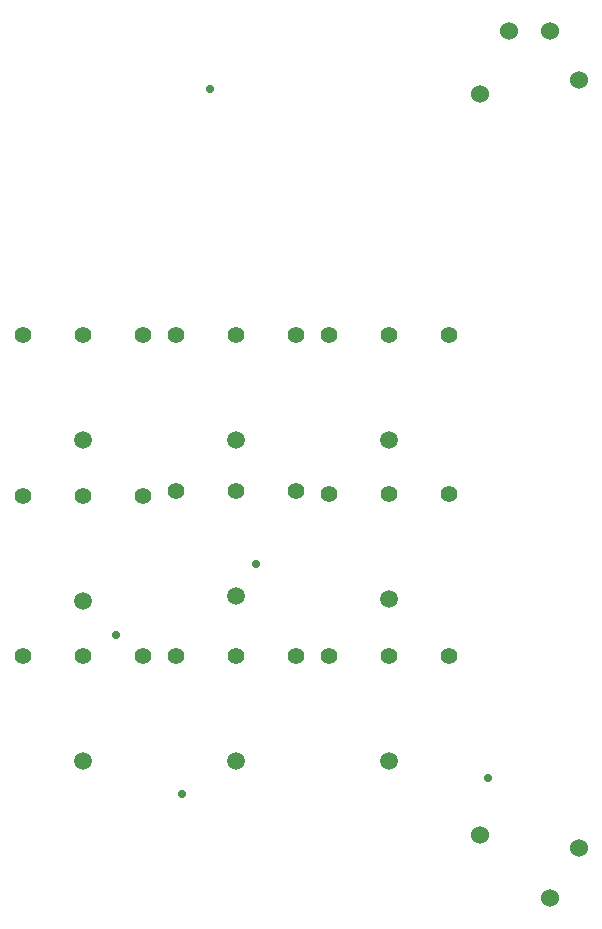
<source format=gbr>
%TF.GenerationSoftware,Altium Limited,Altium Designer,24.6.1 (21)*%
G04 Layer_Color=0*
%FSLAX45Y45*%
%MOMM*%
%TF.SameCoordinates,480F301F-7D1D-4A69-AD55-030AC2FBA8A7*%
%TF.FilePolarity,Positive*%
%TF.FileFunction,Plated,1,2,PTH,Drill*%
%TF.Part,Single*%
G01*
G75*
%TA.AperFunction,ComponentDrill*%
%ADD35C,1.52400*%
%ADD36C,1.40000*%
%ADD37C,1.50000*%
%TA.AperFunction,ViaDrill,NotFilled*%
%ADD38C,0.71120*%
D35*
X7035800Y12052300D02*
D03*
Y5778500D02*
D03*
X7874000Y12166600D02*
D03*
Y5664200D02*
D03*
X7280910Y12585700D02*
D03*
X7628890D02*
D03*
Y5245100D02*
D03*
D36*
X4457700Y8686800D02*
D03*
X5473700D02*
D03*
X4965700D02*
D03*
X3162300Y10007600D02*
D03*
X3670300D02*
D03*
X4178300D02*
D03*
X3162300Y7289800D02*
D03*
X3670300D02*
D03*
X4178300D02*
D03*
X3162300Y8648700D02*
D03*
X3670300D02*
D03*
X4178300D02*
D03*
X5473700Y7289800D02*
D03*
X4965700D02*
D03*
X4457700D02*
D03*
X6769100D02*
D03*
X6261100D02*
D03*
X5753100D02*
D03*
X6769100Y8661400D02*
D03*
X6261100D02*
D03*
X5753100D02*
D03*
X5473700Y10007600D02*
D03*
X4965700D02*
D03*
X4457700D02*
D03*
X6769100D02*
D03*
X6261100D02*
D03*
X5753100D02*
D03*
D37*
X4965700Y7797800D02*
D03*
X3670300Y9118600D02*
D03*
Y6400800D02*
D03*
Y7759700D02*
D03*
X4965700Y6400800D02*
D03*
X6261100D02*
D03*
Y7772400D02*
D03*
X4965700Y9118600D02*
D03*
X6261100D02*
D03*
D38*
X4508500Y6126500D02*
D03*
X4749800Y12090400D02*
D03*
X3949700Y7470140D02*
D03*
X5135880Y8074660D02*
D03*
X7099300Y6261100D02*
D03*
%TF.MD5,7cd2e78f88297262457187b41110091b*%
M02*

</source>
